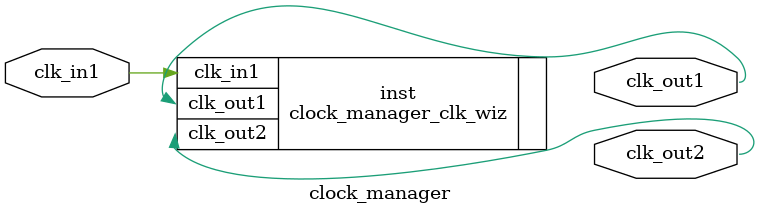
<source format=v>


`timescale 1ps/1ps

(* CORE_GENERATION_INFO = "clock_manager,clk_wiz_v5_4_3_0,{component_name=clock_manager,use_phase_alignment=true,use_min_o_jitter=false,use_max_i_jitter=false,use_dyn_phase_shift=false,use_inclk_switchover=false,use_dyn_reconfig=false,enable_axi=0,feedback_source=FDBK_AUTO,PRIMITIVE=MMCM,num_out_clk=2,clkin1_period=10.000,clkin2_period=10.000,use_power_down=false,use_reset=false,use_locked=false,use_inclk_stopped=false,feedback_type=SINGLE,CLOCK_MGR_TYPE=NA,manual_override=false}" *)

module clock_manager 
 (
  // Clock out ports
  output        clk_out1,
  output        clk_out2,
 // Clock in ports
  input         clk_in1
 );

  clock_manager_clk_wiz inst
  (
  // Clock out ports  
  .clk_out1(clk_out1),
  .clk_out2(clk_out2),
 // Clock in ports
  .clk_in1(clk_in1)
  );

endmodule

</source>
